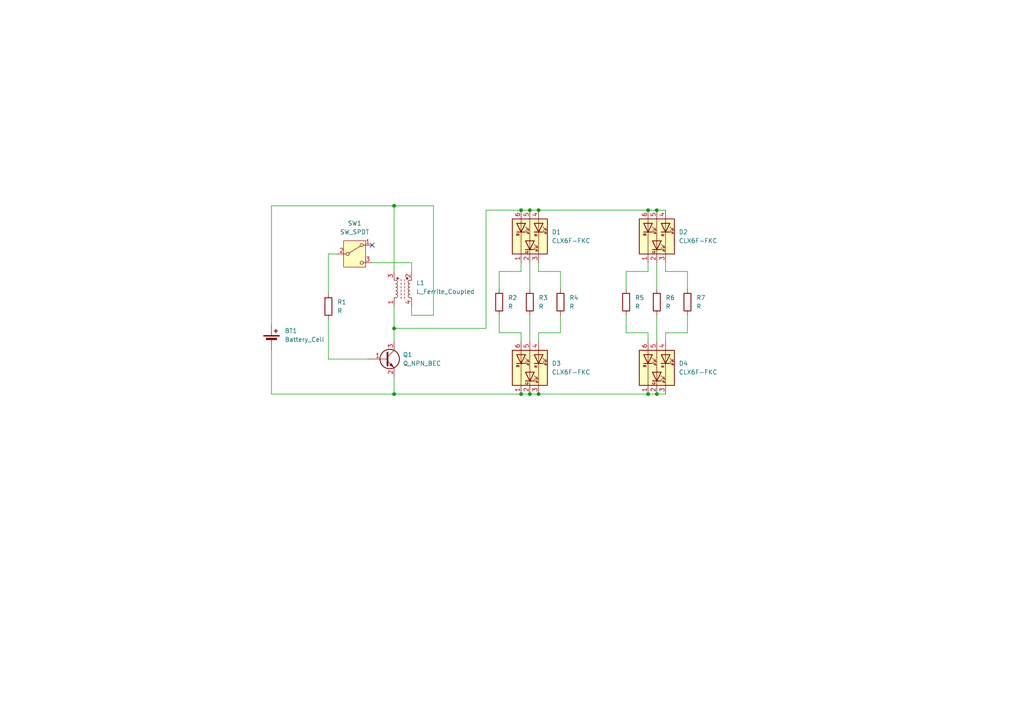
<source format=kicad_sch>
(kicad_sch (version 20231120) (generator "eeschema") (generator_version "8.0")
  (paper "A4")
  (lib_symbols
    (symbol "Device:Battery_Cell" (pin_numbers hide) (pin_names (offset 0) hide)
      (property "Reference" "BT" (at 2.54 2.54 0))
      (property "Value" "Battery_Cell" (at 2.54 0 0))
      (symbol "Battery_Cell_0_1"
        (rectangle (start -2.286 1.778) (end 2.286 1.524) (fill (type outline)))
        (rectangle (start -1.524 1.016) (end 1.524 0.508) (fill (type outline)))
        (polyline (pts (xy 0 0.762) (xy 0 0)))
        (polyline (pts (xy 0 1.778) (xy 0 2.54)))
        (polyline (pts (xy 0.762 3.048) (xy 1.778 3.048)) (stroke (width 0.254)))
        (polyline (pts (xy 1.27 3.556) (xy 1.27 2.54)) (stroke (width 0.254)))
      )
      (symbol "Battery_Cell_1_1"
        (pin passive line (at 0 5.08 270) (length 2.54) (name "+") (number "1"))
        (pin passive line (at 0 -2.54 90) (length 2.54) (name "-") (number "2"))
      )
    )
    (symbol "Device:L_Ferrite_Coupled" (pin_names (offset 0.254) hide)
      (property "Reference" "L1" (at -1.778 -6.35 90))
      (property "Value" "L_Ferrite_Coupled" (at 0.762 -20.828 90))
      (symbol "L_Ferrite_Coupled_0_1"
        (circle (center -3.048 -1.27) (radius 0.254) (fill (type outline)))
        (circle (center -3.048 1.524) (radius 0.254) (fill (type outline)))
        (arc (start -2.54 2.032) (mid -2.032 1.5262) (end -1.524 2.032))
        (arc (start -1.524 -2.032) (mid -2.032 -1.5262) (end -2.54 -2.032))
        (arc (start -1.524 2.032) (mid -1.016 1.5262) (end -0.508 2.032))
        (arc (start -0.508 -2.032) (mid -1.016 -1.5262) (end -1.524 -2.032))
        (arc (start -0.508 2.032) (mid 0 1.5262) (end 0.508 2.032))
        (polyline (pts (xy -2.794 -0.508) (xy -2.286 -0.508)))
        (polyline (pts (xy -2.794 0.508) (xy -2.286 0.508)))
        (polyline (pts (xy -2.54 -2.032) (xy -2.54 -2.54)))
        (polyline (pts (xy -2.54 2.032) (xy -2.54 2.54)))
        (polyline (pts (xy -1.778 -0.508) (xy -1.27 -0.508)))
        (polyline (pts (xy -1.778 0.508) (xy -1.27 0.508)))
        (polyline (pts (xy -0.762 -0.508) (xy -0.254 -0.508)))
        (polyline (pts (xy -0.762 0.508) (xy -0.254 0.508)))
        (polyline (pts (xy 0.254 -0.508) (xy 0.762 -0.508)))
        (polyline (pts (xy 0.254 0.508) (xy 0.762 0.508)))
        (polyline (pts (xy 1.27 -0.508) (xy 1.778 -0.508)))
        (polyline (pts (xy 1.27 0.508) (xy 1.778 0.508)))
        (polyline (pts (xy 2.286 -0.508) (xy 2.794 -0.508)))
        (polyline (pts (xy 2.286 0.508) (xy 2.794 0.508)))
        (polyline (pts (xy 2.54 -2.032) (xy 2.54 -2.54)))
        (polyline (pts (xy 2.54 2.54) (xy 2.54 2.032)))
        (arc (start 0.508 -2.032) (mid 0 -1.5262) (end -0.508 -2.032))
        (arc (start 0.508 2.032) (mid 1.016 1.5262) (end 1.524 2.032))
        (arc (start 1.524 -2.032) (mid 1.016 -1.5262) (end 0.508 -2.032))
        (arc (start 1.524 2.032) (mid 2.032 1.5262) (end 2.54 2.032))
        (arc (start 2.54 -2.032) (mid 2.032 -1.5262) (end 1.524 -2.032))
      )
      (symbol "L_Ferrite_Coupled_1_1"
        (pin passive line (at 5.08 2.54 180) (length 2.54) (name "1") (number "1"))
        (pin passive line (at -5.08 -2.54 0) (length 2.54) (name "2") (number "2"))
        (pin passive line (at -5.08 2.54 0) (length 2.54) (name "3") (number "3"))
        (pin passive line (at 5.08 -2.54 180) (length 2.54) (name "4") (number "4"))
      )
    )
    (symbol "Device:Q_NPN_BEC" (pin_names (offset 0) hide)
      (property "Reference" "Q" (at 5.08 1.27 0))
      (property "Value" "Q_NPN_BEC" (at 5.08 -1.27 0))
      (symbol "Q_NPN_BEC_0_1"
        (polyline (pts (xy 0.635 0.635) (xy 2.54 2.54)))
        (polyline (pts (xy 0.635 -0.635) (xy 2.54 -2.54) (xy 2.54 -2.54)))
        (polyline (pts (xy 0.635 1.905) (xy 0.635 -1.905) (xy 0.635 -1.905)) (stroke (width 0.508)))
        (polyline (pts (xy 1.27 -1.778) (xy 1.778 -1.27) (xy 2.286 -2.286) (xy 1.27 -1.778) (xy 1.27 -1.778)) (fill (type outline)))
        (circle (center 1.27 0) (radius 2.8194) (stroke (width 0.254)))
      )
      (symbol "Q_NPN_BEC_1_1"
        (pin input line (at -5.08 0 0) (length 5.715) (name "B") (number "1"))
        (pin passive line (at 2.54 -5.08 90) (length 2.54) (name "E") (number "2"))
        (pin passive line (at 2.54 5.08 270) (length 2.54) (name "C") (number "3"))
      )
    )
    (symbol "Device:R" (pin_numbers hide) (pin_names (offset 0))
      (property "Reference" "R" (at 2.032 0 90))
      (property "Value" "R" (at 0 0 90))
      (symbol "R_0_1"
        (rectangle (start -1.016 -2.54) (end 1.016 2.54) (stroke (width 0.254)))
      )
      (symbol "R_1_1"
        (pin passive line (at 0 3.81 270) (length 1.27) (name "~") (number "1"))
        (pin passive line (at 0 -3.81 90) (length 1.27) (name "~") (number "2"))
      )
    )
    (symbol "LED:CLX6F-FKC" (pin_names hide)
      (property "Reference" "D" (at -5.08 6.35 0))
      (property "Value" "CLX6F-FKC" (at -5.08 -6.35 0))
      (symbol "CLX6F-FKC_0_0"
        (text "B" (at -0.508 -3.4544 0) (effects (font (size 0.762 0.762))))
        (text "G" (at 4.5466 -0.8382 0) (effects (font (size 0.762 0.762))))
        (text "R" (at -0.381 1.8034 0) (effects (font (size 0.762 0.762))))
      )
      (symbol "CLX6F-FKC_0_1"
        (rectangle (start -5.08 5.08) (end 5.08 -5.08) (stroke (width 0.254)) (fill (type background)))
        (polyline (pts (xy -5.08 -2.54) (xy 5.08 -2.54)))
        (polyline (pts (xy -5.08 0) (xy 5.08 0)))
        (polyline (pts (xy -5.08 2.54) (xy 5.08 2.54)))
        (polyline (pts (xy -2.794 -1.27) (xy -1.778 -0.254)))
        (polyline (pts (xy -2.794 3.81) (xy -1.778 4.826)))
        (polyline (pts (xy -1.778 -1.27) (xy -0.762 -0.254)))
        (polyline (pts (xy -1.778 3.81) (xy -0.762 4.826)))
        (polyline (pts (xy -1.27 -1.27) (xy -1.27 -3.81)) (stroke (width 0.254)))
        (polyline (pts (xy -1.27 3.81) (xy -1.27 1.27)) (stroke (width 0.254)))
        (polyline (pts (xy 2.286 1.27) (xy 3.302 2.286)))
        (polyline (pts (xy 3.302 1.27) (xy 4.318 2.286)))
        (polyline (pts (xy 3.81 1.27) (xy 3.81 -1.27)) (stroke (width 0.254)))
        (polyline (pts (xy -2.54 4.572) (xy -1.778 4.826) (xy -2.032 4.064)))
        (polyline (pts (xy -2.032 -1.016) (xy -1.778 -0.254) (xy -2.54 -0.508)))
        (polyline (pts (xy -1.524 -0.508) (xy -0.762 -0.254) (xy -1.016 -1.016)))
        (polyline (pts (xy -1.524 4.572) (xy -0.762 4.826) (xy -1.016 4.064)))
        (polyline (pts (xy 3.048 1.524) (xy 3.302 2.286) (xy 2.54 2.032)))
        (polyline (pts (xy 3.556 2.032) (xy 4.318 2.286) (xy 4.064 1.524)))
        (polyline (pts (xy -3.81 -1.27) (xy -3.81 -3.81) (xy -1.27 -2.54) (xy -3.81 -1.27)) (stroke (width 0.254)))
        (polyline (pts (xy -3.81 3.81) (xy -3.81 1.27) (xy -1.27 2.54) (xy -3.81 3.81)) (stroke (width 0.254)))
        (polyline (pts (xy 1.27 1.27) (xy 1.27 -1.27) (xy 3.81 0) (xy 1.27 1.27)) (stroke (width 0.254)))
      )
      (symbol "CLX6F-FKC_1_1"
        (pin passive line (at 7.62 -2.54 180) (length 2.54) (name "KB") (number "1"))
        (pin passive line (at 7.62 0 180) (length 2.54) (name "KG") (number "2"))
        (pin passive line (at 7.62 2.54 180) (length 2.54) (name "KR") (number "3"))
        (pin passive line (at -7.62 2.54 0) (length 2.54) (name "AR") (number "4"))
        (pin passive line (at -7.62 0 0) (length 2.54) (name "AG") (number "5"))
        (pin passive line (at -7.62 -2.54 0) (length 2.54) (name "AB") (number "6"))
      )
    )
    (symbol "Switch:SW_SPDT" (pin_names (offset 0) hide)
      (property "Reference" "SW" (at 0 5.08 0))
      (property "Value" "SW_SPDT" (at 0 -5.08 0))
      (symbol "SW_SPDT_0_1"
        (circle (center -2.032 0) (radius 0.4572))
        (polyline (pts (xy -1.651 0.254) (xy 1.651 2.286)))
        (circle (center 2.032 -2.54) (radius 0.4572))
        (circle (center 2.032 2.54) (radius 0.4572))
      )
      (symbol "SW_SPDT_1_1"
        (rectangle (start -3.175 3.81) (end 3.175 -3.81) (fill (type background)))
        (pin passive line (at 5.08 2.54 180) (length 2.54) (name "A") (number "1"))
        (pin passive line (at -5.08 0 0) (length 2.54) (name "B") (number "2"))
        (pin passive line (at 5.08 -2.54 180) (length 2.54) (name "C") (number "3"))
      )
    )
  )
  (junction (at 190.5 114.3))
  (junction (at 153.67 60.96))
  (junction (at 151.13 114.3))
  (junction (at 153.67 114.3))
  (junction (at 114.3 114.3))
  (junction (at 151.13 60.96))
  (junction (at 156.21 114.3))
  (junction (at 156.21 60.96))
  (junction (at 187.96 114.3))
  (junction (at 187.96 60.96))
  (junction (at 114.3 95.25))
  (junction (at 190.5 60.96))
  (junction (at 114.3 59.69))
  (no_connect (at 107.95 71.12))
  (wire (pts (xy 187.96 96.52) (xy 187.96 99.06)))
  (wire (pts (xy 162.56 78.74) (xy 156.21 78.74)))
  (wire (pts (xy 151.13 114.3) (xy 153.67 114.3)))
  (wire (pts (xy 114.3 88.9) (xy 114.3 95.25)))
  (wire (pts (xy 119.38 88.9) (xy 119.38 91.44)))
  (wire (pts (xy 119.38 78.74) (xy 119.38 76.2)))
  (wire (pts (xy 78.74 101.6) (xy 78.74 114.3)))
  (wire (pts (xy 78.74 93.98) (xy 78.74 59.69)))
  (wire (pts (xy 125.73 59.69) (xy 114.3 59.69)))
  (wire (pts (xy 78.74 59.69) (xy 114.3 59.69)))
  (wire (pts (xy 95.25 104.14) (xy 106.68 104.14)))
  (wire (pts (xy 114.3 95.25) (xy 140.97 95.25)))
  (wire (pts (xy 140.97 95.25) (xy 140.97 60.96)))
  (wire (pts (xy 156.21 78.74) (xy 156.21 76.2)))
  (wire (pts (xy 199.39 91.44) (xy 199.39 96.52)))
  (wire (pts (xy 114.3 114.3) (xy 151.13 114.3)))
  (wire (pts (xy 199.39 78.74) (xy 199.39 83.82)))
  (wire (pts (xy 193.04 78.74) (xy 193.04 76.2)))
  (wire (pts (xy 181.61 78.74) (xy 187.96 78.74)))
  (wire (pts (xy 199.39 96.52) (xy 193.04 96.52)))
  (wire (pts (xy 144.78 96.52) (xy 151.13 96.52)))
  (wire (pts (xy 190.5 76.2) (xy 190.5 83.82)))
  (wire (pts (xy 97.79 73.66) (xy 95.25 73.66)))
  (wire (pts (xy 187.96 78.74) (xy 187.96 76.2)))
  (wire (pts (xy 144.78 91.44) (xy 144.78 96.52)))
  (wire (pts (xy 162.56 78.74) (xy 162.56 83.82)))
  (wire (pts (xy 153.67 76.2) (xy 153.67 83.82)))
  (wire (pts (xy 144.78 83.82) (xy 144.78 78.74)))
  (wire (pts (xy 114.3 114.3) (xy 114.3 109.22)))
  (wire (pts (xy 95.25 73.66) (xy 95.25 85.09)))
  (wire (pts (xy 156.21 60.96) (xy 187.96 60.96)))
  (wire (pts (xy 181.61 91.44) (xy 181.61 96.52)))
  (wire (pts (xy 181.61 83.82) (xy 181.61 78.74)))
  (wire (pts (xy 153.67 114.3) (xy 156.21 114.3)))
  (wire (pts (xy 153.67 91.44) (xy 153.67 99.06)))
  (wire (pts (xy 193.04 96.52) (xy 193.04 99.06)))
  (wire (pts (xy 114.3 95.25) (xy 114.3 99.06)))
  (wire (pts (xy 78.74 114.3) (xy 114.3 114.3)))
  (wire (pts (xy 119.38 91.44) (xy 125.73 91.44)))
  (wire (pts (xy 151.13 60.96) (xy 153.67 60.96)))
  (wire (pts (xy 114.3 59.69) (xy 114.3 78.74)))
  (wire (pts (xy 181.61 96.52) (xy 187.96 96.52)))
  (wire (pts (xy 107.95 76.2) (xy 119.38 76.2)))
  (wire (pts (xy 190.5 114.3) (xy 193.04 114.3)))
  (wire (pts (xy 162.56 91.44) (xy 162.56 96.52)))
  (wire (pts (xy 190.5 91.44) (xy 190.5 99.06)))
  (wire (pts (xy 144.78 78.74) (xy 151.13 78.74)))
  (wire (pts (xy 151.13 96.52) (xy 151.13 99.06)))
  (wire (pts (xy 199.39 78.74) (xy 193.04 78.74)))
  (wire (pts (xy 151.13 78.74) (xy 151.13 76.2)))
  (wire (pts (xy 156.21 114.3) (xy 187.96 114.3)))
  (wire (pts (xy 162.56 96.52) (xy 156.21 96.52)))
  (wire (pts (xy 140.97 60.96) (xy 151.13 60.96)))
  (wire (pts (xy 95.25 92.71) (xy 95.25 104.14)))
  (wire (pts (xy 187.96 114.3) (xy 190.5 114.3)))
  (wire (pts (xy 156.21 96.52) (xy 156.21 99.06)))
  (wire (pts (xy 190.5 60.96) (xy 193.04 60.96)))
  (wire (pts (xy 187.96 60.96) (xy 190.5 60.96)))
  (wire (pts (xy 153.67 60.96) (xy 156.21 60.96)))
  (wire (pts (xy 125.73 91.44) (xy 125.73 59.69)))
  (symbol (lib_id "LED:CLX6F-FKC") (at 190.5 106.68 270) (unit 1)
    (property "Reference" "D4" (at 196.85 105.4099 90) (effects (justify left)))
    (property "Value" "CLX6F-FKC" (at 196.85 107.9499 90) (effects (justify left)))
    (property "Footprint" "LED_SMD:LED_RGB_Cree-PLCC-6_6x5mm_P2.1mm" (effects (hide yes)))
    (property "Datasheet" "https://assets.cree-led.com/a/ds/h/HB-CLX6F-FKC.pdf" (effects (hide yes)))
    (property "Description" "RGB LED, PLCC-6 " (effects (hide yes)))
  )
  (symbol (lib_id "LED:CLX6F-FKC") (at 153.67 68.58 270) (unit 1)
    (property "Reference" "D1" (at 160.02 67.3099 90) (effects (justify left)))
    (property "Value" "CLX6F-FKC" (at 160.02 69.8499 90) (effects (justify left)))
    (property "Footprint" "LED_SMD:LED_RGB_Cree-PLCC-6_6x5mm_P2.1mm" (effects (hide yes)))
    (property "Datasheet" "https://assets.cree-led.com/a/ds/h/HB-CLX6F-FKC.pdf" (effects (hide yes)))
    (property "Description" "RGB LED, PLCC-6 " (effects (hide yes)))
  )
  (symbol (lib_id "Device:R") (at 144.78 87.63 0) (unit 1)
    (property "Reference" "R2" (at 147.32 86.3599 0) (effects (justify left)))
    (property "Value" "R" (at 147.32 88.8999 0) (effects (justify left)))
    (property "Footprint" "Resistor_SMD:R_0805_2012Metric_Pad1.20x1.40mm_HandSolder" (effects (hide yes)))
    (property "Description" "Resistor" (effects (hide yes)))
  )
  (symbol (lib_id "LED:CLX6F-FKC") (at 153.67 106.68 270) (unit 1)
    (property "Reference" "D3" (at 160.02 105.4099 90) (effects (justify left)))
    (property "Value" "CLX6F-FKC" (at 160.02 107.9499 90) (effects (justify left)))
    (property "Footprint" "LED_SMD:LED_RGB_Cree-PLCC-6_6x5mm_P2.1mm" (effects (hide yes)))
    (property "Datasheet" "https://assets.cree-led.com/a/ds/h/HB-CLX6F-FKC.pdf" (effects (hide yes)))
    (property "Description" "RGB LED, PLCC-6 " (effects (hide yes)))
  )
  (symbol (lib_id "Device:R") (at 181.61 87.63 0) (unit 1)
    (property "Reference" "R5" (at 184.15 86.3599 0) (effects (justify left)))
    (property "Value" "R" (at 184.15 88.8999 0) (effects (justify left)))
    (property "Footprint" "Resistor_SMD:R_0805_2012Metric_Pad1.20x1.40mm_HandSolder" (effects (hide yes)))
    (property "Description" "Resistor" (effects (hide yes)))
  )
  (symbol (lib_id "Switch:SW_SPDT") (at 102.87 73.66 0) (unit 1)
    (property "Reference" "SW1" (at 102.87 64.77 0))
    (property "Value" "SW_SPDT" (at 102.87 67.31 0))
    (property "Footprint" "Button_Switch_SMD:SW_SPDT_PCM12" (effects (hide yes)))
    (property "Description" "Switch, single pole double throw" (effects (hide yes)))
  )
  (symbol (lib_id "Device:R") (at 199.39 87.63 0) (unit 1)
    (property "Reference" "R7" (at 201.93 86.3599 0) (effects (justify left)))
    (property "Value" "R" (at 201.93 88.8999 0) (effects (justify left)))
    (property "Footprint" "Resistor_SMD:R_0805_2012Metric_Pad1.20x1.40mm_HandSolder" (effects (hide yes)))
    (property "Description" "Resistor" (effects (hide yes)))
  )
  (symbol (lib_id "Device:Battery_Cell") (at 78.74 99.06 0) (unit 1)
    (property "Reference" "BT1" (at 82.55 95.9484 0) (effects (justify left)))
    (property "Value" "Battery_Cell" (at 82.55 98.4884 0) (effects (justify left)))
    (property "Footprint" "Battery:BatteryHolder_Keystone_2466_1xAAA" (effects (hide yes)))
    (property "Description" "Single-cell battery" (effects (hide yes)))
  )
  (symbol (lib_id "Device:Q_NPN_BEC") (at 111.76 104.14 0) (unit 1)
    (property "Reference" "Q1" (at 116.84 102.8699 0) (effects (justify left)))
    (property "Value" "Q_NPN_BEC" (at 116.84 105.4099 0) (effects (justify left)))
    (property "Footprint" "Package_TO_SOT_SMD:SOT-23" (effects (hide yes)))
    (property "Description" "NPN transistor, base/emitter/collector" (effects (hide yes)))
  )
  (symbol (lib_id "Device:L_Ferrite_Coupled") (at 116.84 83.82 90) (mirror x) (unit 1)
    (property "Reference" "L1" (at 123.19 82.042 90) (effects (justify left)))
    (property "Value" "L_Ferrite_Coupled" (at 137.668 84.582 90) (effects (justify left)))
    (property "Footprint" "Inductor_SMD:L_CommonModeChoke_TDK_ACM7060" (effects (hide yes)))
    (property "Description" "Coupled inductor with ferrite core" (effects (hide yes)))
  )
  (symbol (lib_id "Device:R") (at 162.56 87.63 0) (unit 1)
    (property "Reference" "R4" (at 165.1 86.3599 0) (effects (justify left)))
    (property "Value" "R" (at 165.1 88.8999 0) (effects (justify left)))
    (property "Footprint" "Resistor_SMD:R_0805_2012Metric_Pad1.20x1.40mm_HandSolder" (effects (hide yes)))
    (property "Description" "Resistor" (effects (hide yes)))
  )
  (symbol (lib_id "LED:CLX6F-FKC") (at 190.5 68.58 270) (unit 1)
    (property "Reference" "D2" (at 196.85 67.3099 90) (effects (justify left)))
    (property "Value" "CLX6F-FKC" (at 196.85 69.8499 90) (effects (justify left)))
    (property "Footprint" "LED_SMD:LED_RGB_Cree-PLCC-6_6x5mm_P2.1mm" (effects (hide yes)))
    (property "Datasheet" "https://assets.cree-led.com/a/ds/h/HB-CLX6F-FKC.pdf" (effects (hide yes)))
    (property "Description" "RGB LED, PLCC-6 " (effects (hide yes)))
  )
  (symbol (lib_id "Device:R") (at 95.25 88.9 0) (unit 1)
    (property "Reference" "R1" (at 97.79 87.6299 0) (effects (justify left)))
    (property "Value" "R" (at 97.79 90.1699 0) (effects (justify left)))
    (property "Footprint" "Resistor_SMD:R_0805_2012Metric_Pad1.20x1.40mm_HandSolder" (effects (hide yes)))
    (property "Description" "Resistor" (effects (hide yes)))
  )
  (symbol (lib_id "Device:R") (at 153.67 87.63 0) (unit 1)
    (property "Reference" "R3" (at 156.21 86.3599 0) (effects (justify left)))
    (property "Value" "R" (at 156.21 88.8999 0) (effects (justify left)))
    (property "Footprint" "Resistor_SMD:R_0805_2012Metric_Pad1.20x1.40mm_HandSolder" (effects (hide yes)))
    (property "Description" "Resistor" (effects (hide yes)))
  )
  (symbol (lib_id "Device:R") (at 190.5 87.63 0) (unit 1)
    (property "Reference" "R6" (at 193.04 86.3599 0) (effects (justify left)))
    (property "Value" "R" (at 193.04 88.8999 0) (effects (justify left)))
    (property "Footprint" "Resistor_SMD:R_0805_2012Metric_Pad1.20x1.40mm_HandSolder" (effects (hide yes)))
    (property "Description" "Resistor" (effects (hide yes)))
  )
)
</source>
